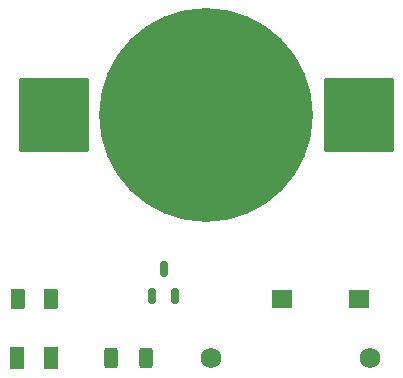
<source format=gts>
G04 #@! TF.GenerationSoftware,KiCad,Pcbnew,9.0.7*
G04 #@! TF.CreationDate,2026-02-22T02:57:33-08:00*
G04 #@! TF.ProjectId,Cup Cover,43757020-436f-4766-9572-2e6b69636164,rev?*
G04 #@! TF.SameCoordinates,Original*
G04 #@! TF.FileFunction,Soldermask,Top*
G04 #@! TF.FilePolarity,Negative*
%FSLAX46Y46*%
G04 Gerber Fmt 4.6, Leading zero omitted, Abs format (unit mm)*
G04 Created by KiCad (PCBNEW 9.0.7) date 2026-02-22 02:57:33*
%MOMM*%
%LPD*%
G01*
G04 APERTURE LIST*
G04 Aperture macros list*
%AMRoundRect*
0 Rectangle with rounded corners*
0 $1 Rounding radius*
0 $2 $3 $4 $5 $6 $7 $8 $9 X,Y pos of 4 corners*
0 Add a 4 corners polygon primitive as box body*
4,1,4,$2,$3,$4,$5,$6,$7,$8,$9,$2,$3,0*
0 Add four circle primitives for the rounded corners*
1,1,$1+$1,$2,$3*
1,1,$1+$1,$4,$5*
1,1,$1+$1,$6,$7*
1,1,$1+$1,$8,$9*
0 Add four rect primitives between the rounded corners*
20,1,$1+$1,$2,$3,$4,$5,0*
20,1,$1+$1,$4,$5,$6,$7,0*
20,1,$1+$1,$6,$7,$8,$9,0*
20,1,$1+$1,$8,$9,$2,$3,0*%
G04 Aperture macros list end*
%ADD10RoundRect,0.250000X-0.375000X-0.625000X0.375000X-0.625000X0.375000X0.625000X-0.375000X0.625000X0*%
%ADD11C,1.734000*%
%ADD12C,18.104000*%
%ADD13RoundRect,0.102000X2.850000X3.050000X-2.850000X3.050000X-2.850000X-3.050000X2.850000X-3.050000X0*%
%ADD14RoundRect,0.102000X-0.750000X-0.700000X0.750000X-0.700000X0.750000X0.700000X-0.750000X0.700000X0*%
%ADD15RoundRect,0.150000X0.150000X-0.512500X0.150000X0.512500X-0.150000X0.512500X-0.150000X-0.512500X0*%
%ADD16RoundRect,0.102000X0.485000X0.865000X-0.485000X0.865000X-0.485000X-0.865000X0.485000X-0.865000X0*%
%ADD17RoundRect,0.250000X0.312500X0.625000X-0.312500X0.625000X-0.312500X-0.625000X0.312500X-0.625000X0*%
G04 APERTURE END LIST*
D10*
X59700000Y-62000000D03*
X62500000Y-62000000D03*
D11*
X76000000Y-67000000D03*
D12*
X75600000Y-46500000D03*
D13*
X88500000Y-46500000D03*
X62700000Y-46500000D03*
D14*
X82000000Y-62000000D03*
X88500000Y-62000000D03*
D11*
X89500000Y-67000000D03*
D15*
X71050000Y-61775000D03*
X72950000Y-61775000D03*
X72000000Y-59500000D03*
D16*
X62500000Y-67000000D03*
X59540000Y-67000000D03*
D17*
X70500000Y-67000000D03*
X67575000Y-67000000D03*
M02*

</source>
